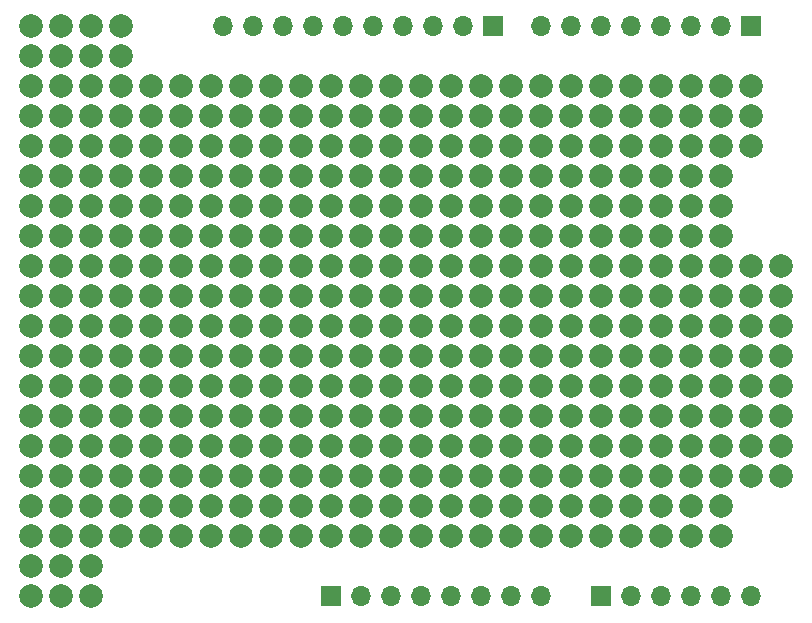
<source format=gbr>
%TF.GenerationSoftware,KiCad,Pcbnew,(5.1.9-0-10_14)*%
%TF.CreationDate,2021-02-13T17:32:26+01:00*%
%TF.ProjectId,Arduino Uno Proto Shield,41726475-696e-46f2-9055-6e6f2050726f,rev?*%
%TF.SameCoordinates,Original*%
%TF.FileFunction,Copper,L2,Bot*%
%TF.FilePolarity,Positive*%
%FSLAX46Y46*%
G04 Gerber Fmt 4.6, Leading zero omitted, Abs format (unit mm)*
G04 Created by KiCad (PCBNEW (5.1.9-0-10_14)) date 2021-02-13 17:32:26*
%MOMM*%
%LPD*%
G01*
G04 APERTURE LIST*
%TA.AperFunction,ComponentPad*%
%ADD10C,1.998980*%
%TD*%
%TA.AperFunction,ComponentPad*%
%ADD11O,1.700000X1.700000*%
%TD*%
%TA.AperFunction,ComponentPad*%
%ADD12R,1.700000X1.700000*%
%TD*%
G04 APERTURE END LIST*
D10*
%TO.P,REF\u002A\u002A,1*%
%TO.N,N/C*%
X111760000Y-76200000D03*
%TD*%
%TO.P,REF\u002A\u002A,1*%
%TO.N,N/C*%
X111760000Y-78740000D03*
%TD*%
%TO.P,REF\u002A\u002A,1*%
%TO.N,N/C*%
X109220000Y-76200000D03*
%TD*%
%TO.P,REF\u002A\u002A,1*%
%TO.N,N/C*%
X109220000Y-78740000D03*
%TD*%
D11*
%TO.P,J1,8*%
%TO.N,Net-(J1-Pad8)*%
X147320000Y-124460000D03*
%TO.P,J1,7*%
%TO.N,Net-(J1-Pad7)*%
X144780000Y-124460000D03*
%TO.P,J1,6*%
%TO.N,Net-(J1-Pad6)*%
X142240000Y-124460000D03*
%TO.P,J1,5*%
%TO.N,Net-(J1-Pad5)*%
X139700000Y-124460000D03*
%TO.P,J1,4*%
%TO.N,Net-(J1-Pad4)*%
X137160000Y-124460000D03*
%TO.P,J1,3*%
%TO.N,Net-(J1-Pad3)*%
X134620000Y-124460000D03*
%TO.P,J1,2*%
%TO.N,Net-(J1-Pad2)*%
X132080000Y-124460000D03*
D12*
%TO.P,J1,1*%
%TO.N,Net-(J1-Pad1)*%
X129540000Y-124460000D03*
%TD*%
%TO.P,J2,1*%
%TO.N,Net-(J10-Pad1)*%
X152400000Y-124460000D03*
D11*
%TO.P,J2,2*%
%TO.N,Net-(J11-Pad1)*%
X154940000Y-124460000D03*
%TO.P,J2,3*%
%TO.N,Net-(J12-Pad1)*%
X157480000Y-124460000D03*
%TO.P,J2,4*%
%TO.N,Net-(J13-Pad1)*%
X160020000Y-124460000D03*
%TO.P,J2,5*%
%TO.N,Net-(J14-Pad1)*%
X162560000Y-124460000D03*
%TO.P,J2,6*%
%TO.N,Net-(J15-Pad1)*%
X165100000Y-124460000D03*
%TD*%
D10*
%TO.P,REF\u002A\u002A,1*%
%TO.N,N/C*%
X129540000Y-119380000D03*
%TD*%
%TO.P,REF\u002A\u002A,1*%
%TO.N,N/C*%
X127000000Y-119380000D03*
%TD*%
%TO.P,REF\u002A\u002A,1*%
%TO.N,N/C*%
X162560000Y-116840000D03*
%TD*%
%TO.P,REF\u002A\u002A,1*%
%TO.N,N/C*%
X160020000Y-116840000D03*
%TD*%
%TO.P,REF\u002A\u002A,1*%
%TO.N,N/C*%
X157480000Y-116840000D03*
%TD*%
%TO.P,REF\u002A\u002A,1*%
%TO.N,N/C*%
X154940000Y-116840000D03*
%TD*%
%TO.P,REF\u002A\u002A,1*%
%TO.N,N/C*%
X152400000Y-116840000D03*
%TD*%
%TO.P,REF\u002A\u002A,1*%
%TO.N,N/C*%
X149860000Y-116840000D03*
%TD*%
%TO.P,REF\u002A\u002A,1*%
%TO.N,N/C*%
X147320000Y-116840000D03*
%TD*%
%TO.P,REF\u002A\u002A,1*%
%TO.N,N/C*%
X144780000Y-116840000D03*
%TD*%
%TO.P,REF\u002A\u002A,1*%
%TO.N,N/C*%
X142240000Y-116840000D03*
%TD*%
%TO.P,REF\u002A\u002A,1*%
%TO.N,N/C*%
X139700000Y-116840000D03*
%TD*%
%TO.P,REF\u002A\u002A,1*%
%TO.N,N/C*%
X137160000Y-116840000D03*
%TD*%
%TO.P,REF\u002A\u002A,1*%
%TO.N,N/C*%
X134620000Y-116840000D03*
%TD*%
%TO.P,REF\u002A\u002A,1*%
%TO.N,N/C*%
X132080000Y-116840000D03*
%TD*%
D12*
%TO.P,J34,1*%
%TO.N,Net-(J25-Pad1)*%
X143256000Y-76200000D03*
D11*
%TO.P,J34,2*%
%TO.N,Net-(J24-Pad1)*%
X140716000Y-76200000D03*
%TO.P,J34,3*%
%TO.N,Net-(J23-Pad1)*%
X138176000Y-76200000D03*
%TO.P,J34,4*%
%TO.N,Net-(J22-Pad1)*%
X135636000Y-76200000D03*
%TO.P,J34,5*%
%TO.N,Net-(J21-Pad1)*%
X133096000Y-76200000D03*
%TO.P,J34,6*%
%TO.N,Net-(J20-Pad1)*%
X130556000Y-76200000D03*
%TO.P,J34,7*%
%TO.N,Net-(J19-Pad1)*%
X128016000Y-76200000D03*
%TO.P,J34,8*%
%TO.N,Net-(J18-Pad1)*%
X125476000Y-76200000D03*
%TO.P,J34,9*%
%TO.N,Net-(J17-Pad1)*%
X122936000Y-76200000D03*
%TO.P,J34,10*%
%TO.N,Net-(J16-Pad1)*%
X120396000Y-76200000D03*
%TD*%
D12*
%TO.P,J35,1*%
%TO.N,Net-(J33-Pad1)*%
X165100000Y-76200000D03*
D11*
%TO.P,J35,2*%
%TO.N,Net-(J32-Pad1)*%
X162560000Y-76200000D03*
%TO.P,J35,3*%
%TO.N,Net-(J31-Pad1)*%
X160020000Y-76200000D03*
%TO.P,J35,4*%
%TO.N,Net-(J30-Pad1)*%
X157480000Y-76200000D03*
%TO.P,J35,5*%
%TO.N,Net-(J29-Pad1)*%
X154940000Y-76200000D03*
%TO.P,J35,6*%
%TO.N,Net-(J28-Pad1)*%
X152400000Y-76200000D03*
%TO.P,J35,7*%
%TO.N,Net-(J27-Pad1)*%
X149860000Y-76200000D03*
%TO.P,J35,8*%
%TO.N,Net-(J26-Pad1)*%
X147320000Y-76200000D03*
%TD*%
D10*
%TO.P,REF\u002A\u002A,1*%
%TO.N,N/C*%
X119380000Y-81280000D03*
%TD*%
%TO.P,REF\u002A\u002A,1*%
%TO.N,N/C*%
X165100000Y-83820000D03*
%TD*%
%TO.P,REF\u002A\u002A,1*%
%TO.N,N/C*%
X162560000Y-83820000D03*
%TD*%
%TO.P,REF\u002A\u002A,1*%
%TO.N,N/C*%
X160020000Y-83820000D03*
%TD*%
%TO.P,REF\u002A\u002A,1*%
%TO.N,N/C*%
X157480000Y-83820000D03*
%TD*%
%TO.P,REF\u002A\u002A,1*%
%TO.N,N/C*%
X154940000Y-83820000D03*
%TD*%
%TO.P,REF\u002A\u002A,1*%
%TO.N,N/C*%
X152400000Y-83820000D03*
%TD*%
%TO.P,REF\u002A\u002A,1*%
%TO.N,N/C*%
X149860000Y-83820000D03*
%TD*%
%TO.P,REF\u002A\u002A,1*%
%TO.N,N/C*%
X147320000Y-83820000D03*
%TD*%
%TO.P,REF\u002A\u002A,1*%
%TO.N,N/C*%
X144780000Y-83820000D03*
%TD*%
%TO.P,REF\u002A\u002A,1*%
%TO.N,N/C*%
X142240000Y-83820000D03*
%TD*%
%TO.P,REF\u002A\u002A,1*%
%TO.N,N/C*%
X139700000Y-83820000D03*
%TD*%
%TO.P,REF\u002A\u002A,1*%
%TO.N,N/C*%
X137160000Y-83820000D03*
%TD*%
%TO.P,REF\u002A\u002A,1*%
%TO.N,N/C*%
X134620000Y-83820000D03*
%TD*%
%TO.P,REF\u002A\u002A,1*%
%TO.N,N/C*%
X132080000Y-83820000D03*
%TD*%
%TO.P,REF\u002A\u002A,1*%
%TO.N,N/C*%
X129540000Y-83820000D03*
%TD*%
%TO.P,REF\u002A\u002A,1*%
%TO.N,N/C*%
X127000000Y-83820000D03*
%TD*%
%TO.P,REF\u002A\u002A,1*%
%TO.N,N/C*%
X124460000Y-83820000D03*
%TD*%
%TO.P,REF\u002A\u002A,1*%
%TO.N,N/C*%
X121920000Y-83820000D03*
%TD*%
%TO.P,REF\u002A\u002A,1*%
%TO.N,N/C*%
X119380000Y-83820000D03*
%TD*%
%TO.P,REF\u002A\u002A,1*%
%TO.N,N/C*%
X129540000Y-116840000D03*
%TD*%
%TO.P,REF\u002A\u002A,1*%
%TO.N,N/C*%
X127000000Y-116840000D03*
%TD*%
%TO.P,REF\u002A\u002A,1*%
%TO.N,N/C*%
X162560000Y-93980000D03*
%TD*%
%TO.P,REF\u002A\u002A,1*%
%TO.N,N/C*%
X160020000Y-93980000D03*
%TD*%
%TO.P,REF\u002A\u002A,1*%
%TO.N,N/C*%
X157480000Y-93980000D03*
%TD*%
%TO.P,REF\u002A\u002A,1*%
%TO.N,N/C*%
X154940000Y-93980000D03*
%TD*%
%TO.P,REF\u002A\u002A,1*%
%TO.N,N/C*%
X162560000Y-91440000D03*
%TD*%
%TO.P,REF\u002A\u002A,1*%
%TO.N,N/C*%
X160020000Y-91440000D03*
%TD*%
%TO.P,REF\u002A\u002A,1*%
%TO.N,N/C*%
X157480000Y-91440000D03*
%TD*%
%TO.P,REF\u002A\u002A,1*%
%TO.N,N/C*%
X154940000Y-91440000D03*
%TD*%
%TO.P,REF\u002A\u002A,1*%
%TO.N,N/C*%
X162560000Y-88900000D03*
%TD*%
%TO.P,REF\u002A\u002A,1*%
%TO.N,N/C*%
X160020000Y-88900000D03*
%TD*%
%TO.P,REF\u002A\u002A,1*%
%TO.N,N/C*%
X157480000Y-88900000D03*
%TD*%
%TO.P,REF\u002A\u002A,1*%
%TO.N,N/C*%
X154940000Y-88900000D03*
%TD*%
%TO.P,REF\u002A\u002A,1*%
%TO.N,N/C*%
X165100000Y-86360000D03*
%TD*%
%TO.P,REF\u002A\u002A,1*%
%TO.N,N/C*%
X162560000Y-86360000D03*
%TD*%
%TO.P,REF\u002A\u002A,1*%
%TO.N,N/C*%
X160020000Y-86360000D03*
%TD*%
%TO.P,REF\u002A\u002A,1*%
%TO.N,N/C*%
X157480000Y-86360000D03*
%TD*%
%TO.P,REF\u002A\u002A,1*%
%TO.N,N/C*%
X116840000Y-83820000D03*
%TD*%
%TO.P,REF\u002A\u002A,1*%
%TO.N,N/C*%
X114300000Y-83820000D03*
%TD*%
%TO.P,REF\u002A\u002A,1*%
%TO.N,N/C*%
X111760000Y-83820000D03*
%TD*%
%TO.P,REF\u002A\u002A,1*%
%TO.N,N/C*%
X116840000Y-81280000D03*
%TD*%
%TO.P,REF\u002A\u002A,1*%
%TO.N,N/C*%
X114300000Y-81280000D03*
%TD*%
%TO.P,REF\u002A\u002A,1*%
%TO.N,N/C*%
X106680000Y-78740000D03*
%TD*%
%TO.P,REF\u002A\u002A,1*%
%TO.N,N/C*%
X104140000Y-78740000D03*
%TD*%
%TO.P,REF\u002A\u002A,1*%
%TO.N,N/C*%
X106680000Y-76200000D03*
%TD*%
%TO.P,REF\u002A\u002A,1*%
%TO.N,N/C*%
X154940000Y-86360000D03*
%TD*%
%TO.P,REF\u002A\u002A,1*%
%TO.N,N/C*%
X167640000Y-109220000D03*
%TD*%
%TO.P,REF\u002A\u002A,1*%
%TO.N,N/C*%
X111760000Y-81280000D03*
%TD*%
%TO.P,REF\u002A\u002A,1*%
%TO.N,N/C*%
X167640000Y-106680000D03*
%TD*%
%TO.P,REF\u002A\u002A,1*%
%TO.N,N/C*%
X165100000Y-106680000D03*
%TD*%
%TO.P,REF\u002A\u002A,1*%
%TO.N,N/C*%
X162560000Y-106680000D03*
%TD*%
%TO.P,REF\u002A\u002A,1*%
%TO.N,N/C*%
X160020000Y-106680000D03*
%TD*%
%TO.P,REF\u002A\u002A,1*%
%TO.N,N/C*%
X157480000Y-106680000D03*
%TD*%
%TO.P,REF\u002A\u002A,1*%
%TO.N,N/C*%
X154940000Y-106680000D03*
%TD*%
%TO.P,REF\u002A\u002A,1*%
%TO.N,N/C*%
X167640000Y-104140000D03*
%TD*%
%TO.P,REF\u002A\u002A,1*%
%TO.N,N/C*%
X165100000Y-104140000D03*
%TD*%
%TO.P,REF\u002A\u002A,1*%
%TO.N,N/C*%
X162560000Y-104140000D03*
%TD*%
%TO.P,REF\u002A\u002A,1*%
%TO.N,N/C*%
X160020000Y-104140000D03*
%TD*%
%TO.P,REF\u002A\u002A,1*%
%TO.N,N/C*%
X157480000Y-104140000D03*
%TD*%
%TO.P,REF\u002A\u002A,1*%
%TO.N,N/C*%
X154940000Y-104140000D03*
%TD*%
%TO.P,REF\u002A\u002A,1*%
%TO.N,N/C*%
X167640000Y-101600000D03*
%TD*%
%TO.P,REF\u002A\u002A,1*%
%TO.N,N/C*%
X165100000Y-101600000D03*
%TD*%
%TO.P,REF\u002A\u002A,1*%
%TO.N,N/C*%
X162560000Y-101600000D03*
%TD*%
%TO.P,REF\u002A\u002A,1*%
%TO.N,N/C*%
X160020000Y-101600000D03*
%TD*%
%TO.P,REF\u002A\u002A,1*%
%TO.N,N/C*%
X157480000Y-101600000D03*
%TD*%
%TO.P,REF\u002A\u002A,1*%
%TO.N,N/C*%
X154940000Y-101600000D03*
%TD*%
%TO.P,REF\u002A\u002A,1*%
%TO.N,N/C*%
X167640000Y-99060000D03*
%TD*%
%TO.P,REF\u002A\u002A,1*%
%TO.N,N/C*%
X165100000Y-99060000D03*
%TD*%
%TO.P,REF\u002A\u002A,1*%
%TO.N,N/C*%
X162560000Y-99060000D03*
%TD*%
%TO.P,REF\u002A\u002A,1*%
%TO.N,N/C*%
X160020000Y-99060000D03*
%TD*%
%TO.P,REF\u002A\u002A,1*%
%TO.N,N/C*%
X157480000Y-99060000D03*
%TD*%
%TO.P,REF\u002A\u002A,1*%
%TO.N,N/C*%
X154940000Y-99060000D03*
%TD*%
%TO.P,REF\u002A\u002A,1*%
%TO.N,N/C*%
X167640000Y-96520000D03*
%TD*%
%TO.P,REF\u002A\u002A,1*%
%TO.N,N/C*%
X165100000Y-96520000D03*
%TD*%
%TO.P,REF\u002A\u002A,1*%
%TO.N,N/C*%
X162560000Y-96520000D03*
%TD*%
%TO.P,REF\u002A\u002A,1*%
%TO.N,N/C*%
X160020000Y-96520000D03*
%TD*%
%TO.P,REF\u002A\u002A,1*%
%TO.N,N/C*%
X157480000Y-96520000D03*
%TD*%
%TO.P,REF\u002A\u002A,1*%
%TO.N,N/C*%
X167640000Y-114300000D03*
%TD*%
%TO.P,REF\u002A\u002A,1*%
%TO.N,N/C*%
X165100000Y-114300000D03*
%TD*%
%TO.P,REF\u002A\u002A,1*%
%TO.N,N/C*%
X162560000Y-114300000D03*
%TD*%
%TO.P,REF\u002A\u002A,1*%
%TO.N,N/C*%
X160020000Y-114300000D03*
%TD*%
%TO.P,REF\u002A\u002A,1*%
%TO.N,N/C*%
X157480000Y-114300000D03*
%TD*%
%TO.P,REF\u002A\u002A,1*%
%TO.N,N/C*%
X154940000Y-114300000D03*
%TD*%
%TO.P,REF\u002A\u002A,1*%
%TO.N,N/C*%
X152400000Y-114300000D03*
%TD*%
%TO.P,REF\u002A\u002A,1*%
%TO.N,N/C*%
X149860000Y-114300000D03*
%TD*%
%TO.P,REF\u002A\u002A,1*%
%TO.N,N/C*%
X147320000Y-114300000D03*
%TD*%
%TO.P,REF\u002A\u002A,1*%
%TO.N,N/C*%
X144780000Y-114300000D03*
%TD*%
%TO.P,REF\u002A\u002A,1*%
%TO.N,N/C*%
X142240000Y-114300000D03*
%TD*%
%TO.P,REF\u002A\u002A,1*%
%TO.N,N/C*%
X139700000Y-114300000D03*
%TD*%
%TO.P,REF\u002A\u002A,1*%
%TO.N,N/C*%
X137160000Y-114300000D03*
%TD*%
%TO.P,REF\u002A\u002A,1*%
%TO.N,N/C*%
X134620000Y-114300000D03*
%TD*%
%TO.P,REF\u002A\u002A,1*%
%TO.N,N/C*%
X167640000Y-111760000D03*
%TD*%
%TO.P,REF\u002A\u002A,1*%
%TO.N,N/C*%
X165100000Y-111760000D03*
%TD*%
%TO.P,REF\u002A\u002A,1*%
%TO.N,N/C*%
X162560000Y-111760000D03*
%TD*%
%TO.P,REF\u002A\u002A,1*%
%TO.N,N/C*%
X160020000Y-111760000D03*
%TD*%
%TO.P,REF\u002A\u002A,1*%
%TO.N,N/C*%
X157480000Y-111760000D03*
%TD*%
%TO.P,REF\u002A\u002A,1*%
%TO.N,N/C*%
X154940000Y-111760000D03*
%TD*%
%TO.P,REF\u002A\u002A,1*%
%TO.N,N/C*%
X152400000Y-111760000D03*
%TD*%
%TO.P,REF\u002A\u002A,1*%
%TO.N,N/C*%
X149860000Y-111760000D03*
%TD*%
%TO.P,REF\u002A\u002A,1*%
%TO.N,N/C*%
X147320000Y-111760000D03*
%TD*%
%TO.P,REF\u002A\u002A,1*%
%TO.N,N/C*%
X144780000Y-111760000D03*
%TD*%
%TO.P,REF\u002A\u002A,1*%
%TO.N,N/C*%
X142240000Y-111760000D03*
%TD*%
%TO.P,REF\u002A\u002A,1*%
%TO.N,N/C*%
X139700000Y-111760000D03*
%TD*%
%TO.P,REF\u002A\u002A,1*%
%TO.N,N/C*%
X137160000Y-111760000D03*
%TD*%
%TO.P,REF\u002A\u002A,1*%
%TO.N,N/C*%
X134620000Y-111760000D03*
%TD*%
%TO.P,REF\u002A\u002A,1*%
%TO.N,N/C*%
X154940000Y-96520000D03*
%TD*%
%TO.P,REF\u002A\u002A,1*%
%TO.N,N/C*%
X165100000Y-109220000D03*
%TD*%
%TO.P,REF\u002A\u002A,1*%
%TO.N,N/C*%
X162560000Y-109220000D03*
%TD*%
%TO.P,REF\u002A\u002A,1*%
%TO.N,N/C*%
X160020000Y-109220000D03*
%TD*%
%TO.P,REF\u002A\u002A,1*%
%TO.N,N/C*%
X157480000Y-109220000D03*
%TD*%
%TO.P,REF\u002A\u002A,1*%
%TO.N,N/C*%
X154940000Y-109220000D03*
%TD*%
%TO.P,REF\u002A\u002A,1*%
%TO.N,N/C*%
X152400000Y-109220000D03*
%TD*%
%TO.P,REF\u002A\u002A,1*%
%TO.N,N/C*%
X149860000Y-109220000D03*
%TD*%
%TO.P,REF\u002A\u002A,1*%
%TO.N,N/C*%
X147320000Y-109220000D03*
%TD*%
%TO.P,REF\u002A\u002A,1*%
%TO.N,N/C*%
X144780000Y-109220000D03*
%TD*%
%TO.P,REF\u002A\u002A,1*%
%TO.N,N/C*%
X142240000Y-109220000D03*
%TD*%
%TO.P,REF\u002A\u002A,1*%
%TO.N,N/C*%
X139700000Y-109220000D03*
%TD*%
%TO.P,REF\u002A\u002A,1*%
%TO.N,N/C*%
X137160000Y-109220000D03*
%TD*%
%TO.P,REF\u002A\u002A,1*%
%TO.N,N/C*%
X152400000Y-106680000D03*
%TD*%
%TO.P,REF\u002A\u002A,1*%
%TO.N,N/C*%
X149860000Y-106680000D03*
%TD*%
%TO.P,REF\u002A\u002A,1*%
%TO.N,N/C*%
X147320000Y-106680000D03*
%TD*%
%TO.P,REF\u002A\u002A,1*%
%TO.N,N/C*%
X144780000Y-106680000D03*
%TD*%
%TO.P,REF\u002A\u002A,1*%
%TO.N,N/C*%
X142240000Y-106680000D03*
%TD*%
%TO.P,REF\u002A\u002A,1*%
%TO.N,N/C*%
X139700000Y-106680000D03*
%TD*%
%TO.P,REF\u002A\u002A,1*%
%TO.N,N/C*%
X137160000Y-106680000D03*
%TD*%
%TO.P,REF\u002A\u002A,1*%
%TO.N,N/C*%
X134620000Y-106680000D03*
%TD*%
%TO.P,REF\u002A\u002A,1*%
%TO.N,N/C*%
X132080000Y-106680000D03*
%TD*%
%TO.P,REF\u002A\u002A,1*%
%TO.N,N/C*%
X129540000Y-106680000D03*
%TD*%
%TO.P,REF\u002A\u002A,1*%
%TO.N,N/C*%
X127000000Y-106680000D03*
%TD*%
%TO.P,REF\u002A\u002A,1*%
%TO.N,N/C*%
X124460000Y-106680000D03*
%TD*%
%TO.P,REF\u002A\u002A,1*%
%TO.N,N/C*%
X121920000Y-106680000D03*
%TD*%
%TO.P,REF\u002A\u002A,1*%
%TO.N,N/C*%
X119380000Y-106680000D03*
%TD*%
%TO.P,REF\u002A\u002A,1*%
%TO.N,N/C*%
X116840000Y-106680000D03*
%TD*%
%TO.P,REF\u002A\u002A,1*%
%TO.N,N/C*%
X114300000Y-106680000D03*
%TD*%
%TO.P,REF\u002A\u002A,1*%
%TO.N,N/C*%
X152400000Y-104140000D03*
%TD*%
%TO.P,REF\u002A\u002A,1*%
%TO.N,N/C*%
X149860000Y-104140000D03*
%TD*%
%TO.P,REF\u002A\u002A,1*%
%TO.N,N/C*%
X147320000Y-104140000D03*
%TD*%
%TO.P,REF\u002A\u002A,1*%
%TO.N,N/C*%
X144780000Y-104140000D03*
%TD*%
%TO.P,REF\u002A\u002A,1*%
%TO.N,N/C*%
X142240000Y-104140000D03*
%TD*%
%TO.P,REF\u002A\u002A,1*%
%TO.N,N/C*%
X139700000Y-104140000D03*
%TD*%
%TO.P,REF\u002A\u002A,1*%
%TO.N,N/C*%
X137160000Y-104140000D03*
%TD*%
%TO.P,REF\u002A\u002A,1*%
%TO.N,N/C*%
X134620000Y-104140000D03*
%TD*%
%TO.P,REF\u002A\u002A,1*%
%TO.N,N/C*%
X132080000Y-104140000D03*
%TD*%
%TO.P,REF\u002A\u002A,1*%
%TO.N,N/C*%
X129540000Y-104140000D03*
%TD*%
%TO.P,REF\u002A\u002A,1*%
%TO.N,N/C*%
X127000000Y-104140000D03*
%TD*%
%TO.P,REF\u002A\u002A,1*%
%TO.N,N/C*%
X124460000Y-104140000D03*
%TD*%
%TO.P,REF\u002A\u002A,1*%
%TO.N,N/C*%
X121920000Y-104140000D03*
%TD*%
%TO.P,REF\u002A\u002A,1*%
%TO.N,N/C*%
X119380000Y-104140000D03*
%TD*%
%TO.P,REF\u002A\u002A,1*%
%TO.N,N/C*%
X116840000Y-104140000D03*
%TD*%
%TO.P,REF\u002A\u002A,1*%
%TO.N,N/C*%
X114300000Y-104140000D03*
%TD*%
%TO.P,REF\u002A\u002A,1*%
%TO.N,N/C*%
X152400000Y-101600000D03*
%TD*%
%TO.P,REF\u002A\u002A,1*%
%TO.N,N/C*%
X149860000Y-101600000D03*
%TD*%
%TO.P,REF\u002A\u002A,1*%
%TO.N,N/C*%
X147320000Y-101600000D03*
%TD*%
%TO.P,REF\u002A\u002A,1*%
%TO.N,N/C*%
X144780000Y-101600000D03*
%TD*%
%TO.P,REF\u002A\u002A,1*%
%TO.N,N/C*%
X142240000Y-101600000D03*
%TD*%
%TO.P,REF\u002A\u002A,1*%
%TO.N,N/C*%
X139700000Y-101600000D03*
%TD*%
%TO.P,REF\u002A\u002A,1*%
%TO.N,N/C*%
X137160000Y-101600000D03*
%TD*%
%TO.P,REF\u002A\u002A,1*%
%TO.N,N/C*%
X134620000Y-101600000D03*
%TD*%
%TO.P,REF\u002A\u002A,1*%
%TO.N,N/C*%
X132080000Y-101600000D03*
%TD*%
%TO.P,REF\u002A\u002A,1*%
%TO.N,N/C*%
X129540000Y-101600000D03*
%TD*%
%TO.P,REF\u002A\u002A,1*%
%TO.N,N/C*%
X127000000Y-101600000D03*
%TD*%
%TO.P,REF\u002A\u002A,1*%
%TO.N,N/C*%
X124460000Y-101600000D03*
%TD*%
%TO.P,REF\u002A\u002A,1*%
%TO.N,N/C*%
X121920000Y-101600000D03*
%TD*%
%TO.P,REF\u002A\u002A,1*%
%TO.N,N/C*%
X119380000Y-101600000D03*
%TD*%
%TO.P,REF\u002A\u002A,1*%
%TO.N,N/C*%
X116840000Y-101600000D03*
%TD*%
%TO.P,REF\u002A\u002A,1*%
%TO.N,N/C*%
X114300000Y-101600000D03*
%TD*%
%TO.P,REF\u002A\u002A,1*%
%TO.N,N/C*%
X152400000Y-99060000D03*
%TD*%
%TO.P,REF\u002A\u002A,1*%
%TO.N,N/C*%
X149860000Y-99060000D03*
%TD*%
%TO.P,REF\u002A\u002A,1*%
%TO.N,N/C*%
X147320000Y-99060000D03*
%TD*%
%TO.P,REF\u002A\u002A,1*%
%TO.N,N/C*%
X144780000Y-99060000D03*
%TD*%
%TO.P,REF\u002A\u002A,1*%
%TO.N,N/C*%
X142240000Y-99060000D03*
%TD*%
%TO.P,REF\u002A\u002A,1*%
%TO.N,N/C*%
X139700000Y-99060000D03*
%TD*%
%TO.P,REF\u002A\u002A,1*%
%TO.N,N/C*%
X137160000Y-99060000D03*
%TD*%
%TO.P,REF\u002A\u002A,1*%
%TO.N,N/C*%
X134620000Y-99060000D03*
%TD*%
%TO.P,REF\u002A\u002A,1*%
%TO.N,N/C*%
X132080000Y-99060000D03*
%TD*%
%TO.P,REF\u002A\u002A,1*%
%TO.N,N/C*%
X129540000Y-99060000D03*
%TD*%
%TO.P,REF\u002A\u002A,1*%
%TO.N,N/C*%
X127000000Y-99060000D03*
%TD*%
%TO.P,REF\u002A\u002A,1*%
%TO.N,N/C*%
X124460000Y-99060000D03*
%TD*%
%TO.P,REF\u002A\u002A,1*%
%TO.N,N/C*%
X121920000Y-99060000D03*
%TD*%
%TO.P,REF\u002A\u002A,1*%
%TO.N,N/C*%
X119380000Y-99060000D03*
%TD*%
%TO.P,REF\u002A\u002A,1*%
%TO.N,N/C*%
X116840000Y-99060000D03*
%TD*%
%TO.P,REF\u002A\u002A,1*%
%TO.N,N/C*%
X114300000Y-99060000D03*
%TD*%
%TO.P,REF\u002A\u002A,1*%
%TO.N,N/C*%
X152400000Y-96520000D03*
%TD*%
%TO.P,REF\u002A\u002A,1*%
%TO.N,N/C*%
X149860000Y-96520000D03*
%TD*%
%TO.P,REF\u002A\u002A,1*%
%TO.N,N/C*%
X147320000Y-96520000D03*
%TD*%
%TO.P,REF\u002A\u002A,1*%
%TO.N,N/C*%
X144780000Y-96520000D03*
%TD*%
%TO.P,REF\u002A\u002A,1*%
%TO.N,N/C*%
X142240000Y-96520000D03*
%TD*%
%TO.P,REF\u002A\u002A,1*%
%TO.N,N/C*%
X139700000Y-96520000D03*
%TD*%
%TO.P,REF\u002A\u002A,1*%
%TO.N,N/C*%
X137160000Y-96520000D03*
%TD*%
%TO.P,REF\u002A\u002A,1*%
%TO.N,N/C*%
X134620000Y-96520000D03*
%TD*%
%TO.P,REF\u002A\u002A,1*%
%TO.N,N/C*%
X132080000Y-96520000D03*
%TD*%
%TO.P,REF\u002A\u002A,1*%
%TO.N,N/C*%
X129540000Y-96520000D03*
%TD*%
%TO.P,REF\u002A\u002A,1*%
%TO.N,N/C*%
X127000000Y-96520000D03*
%TD*%
%TO.P,REF\u002A\u002A,1*%
%TO.N,N/C*%
X124460000Y-96520000D03*
%TD*%
%TO.P,REF\u002A\u002A,1*%
%TO.N,N/C*%
X121920000Y-96520000D03*
%TD*%
%TO.P,REF\u002A\u002A,1*%
%TO.N,N/C*%
X119380000Y-96520000D03*
%TD*%
%TO.P,REF\u002A\u002A,1*%
%TO.N,N/C*%
X116840000Y-96520000D03*
%TD*%
%TO.P,REF\u002A\u002A,1*%
%TO.N,N/C*%
X114300000Y-96520000D03*
%TD*%
%TO.P,REF\u002A\u002A,1*%
%TO.N,N/C*%
X152400000Y-93980000D03*
%TD*%
%TO.P,REF\u002A\u002A,1*%
%TO.N,N/C*%
X149860000Y-93980000D03*
%TD*%
%TO.P,REF\u002A\u002A,1*%
%TO.N,N/C*%
X147320000Y-93980000D03*
%TD*%
%TO.P,REF\u002A\u002A,1*%
%TO.N,N/C*%
X144780000Y-93980000D03*
%TD*%
%TO.P,REF\u002A\u002A,1*%
%TO.N,N/C*%
X142240000Y-93980000D03*
%TD*%
%TO.P,REF\u002A\u002A,1*%
%TO.N,N/C*%
X139700000Y-93980000D03*
%TD*%
%TO.P,REF\u002A\u002A,1*%
%TO.N,N/C*%
X137160000Y-93980000D03*
%TD*%
%TO.P,REF\u002A\u002A,1*%
%TO.N,N/C*%
X134620000Y-93980000D03*
%TD*%
%TO.P,REF\u002A\u002A,1*%
%TO.N,N/C*%
X132080000Y-93980000D03*
%TD*%
%TO.P,REF\u002A\u002A,1*%
%TO.N,N/C*%
X129540000Y-93980000D03*
%TD*%
%TO.P,REF\u002A\u002A,1*%
%TO.N,N/C*%
X127000000Y-93980000D03*
%TD*%
%TO.P,REF\u002A\u002A,1*%
%TO.N,N/C*%
X124460000Y-93980000D03*
%TD*%
%TO.P,REF\u002A\u002A,1*%
%TO.N,N/C*%
X121920000Y-93980000D03*
%TD*%
%TO.P,REF\u002A\u002A,1*%
%TO.N,N/C*%
X119380000Y-93980000D03*
%TD*%
%TO.P,REF\u002A\u002A,1*%
%TO.N,N/C*%
X116840000Y-93980000D03*
%TD*%
%TO.P,REF\u002A\u002A,1*%
%TO.N,N/C*%
X114300000Y-93980000D03*
%TD*%
%TO.P,REF\u002A\u002A,1*%
%TO.N,N/C*%
X152400000Y-91440000D03*
%TD*%
%TO.P,REF\u002A\u002A,1*%
%TO.N,N/C*%
X149860000Y-91440000D03*
%TD*%
%TO.P,REF\u002A\u002A,1*%
%TO.N,N/C*%
X147320000Y-91440000D03*
%TD*%
%TO.P,REF\u002A\u002A,1*%
%TO.N,N/C*%
X144780000Y-91440000D03*
%TD*%
%TO.P,REF\u002A\u002A,1*%
%TO.N,N/C*%
X142240000Y-91440000D03*
%TD*%
%TO.P,REF\u002A\u002A,1*%
%TO.N,N/C*%
X139700000Y-91440000D03*
%TD*%
%TO.P,REF\u002A\u002A,1*%
%TO.N,N/C*%
X137160000Y-91440000D03*
%TD*%
%TO.P,REF\u002A\u002A,1*%
%TO.N,N/C*%
X134620000Y-91440000D03*
%TD*%
%TO.P,REF\u002A\u002A,1*%
%TO.N,N/C*%
X132080000Y-91440000D03*
%TD*%
%TO.P,REF\u002A\u002A,1*%
%TO.N,N/C*%
X129540000Y-91440000D03*
%TD*%
%TO.P,REF\u002A\u002A,1*%
%TO.N,N/C*%
X127000000Y-91440000D03*
%TD*%
%TO.P,REF\u002A\u002A,1*%
%TO.N,N/C*%
X124460000Y-91440000D03*
%TD*%
%TO.P,REF\u002A\u002A,1*%
%TO.N,N/C*%
X121920000Y-91440000D03*
%TD*%
%TO.P,REF\u002A\u002A,1*%
%TO.N,N/C*%
X119380000Y-91440000D03*
%TD*%
%TO.P,REF\u002A\u002A,1*%
%TO.N,N/C*%
X116840000Y-91440000D03*
%TD*%
%TO.P,REF\u002A\u002A,1*%
%TO.N,N/C*%
X114300000Y-91440000D03*
%TD*%
%TO.P,REF\u002A\u002A,1*%
%TO.N,N/C*%
X152400000Y-88900000D03*
%TD*%
%TO.P,REF\u002A\u002A,1*%
%TO.N,N/C*%
X149860000Y-88900000D03*
%TD*%
%TO.P,REF\u002A\u002A,1*%
%TO.N,N/C*%
X147320000Y-88900000D03*
%TD*%
%TO.P,REF\u002A\u002A,1*%
%TO.N,N/C*%
X144780000Y-88900000D03*
%TD*%
%TO.P,REF\u002A\u002A,1*%
%TO.N,N/C*%
X142240000Y-88900000D03*
%TD*%
%TO.P,REF\u002A\u002A,1*%
%TO.N,N/C*%
X139700000Y-88900000D03*
%TD*%
%TO.P,REF\u002A\u002A,1*%
%TO.N,N/C*%
X137160000Y-88900000D03*
%TD*%
%TO.P,REF\u002A\u002A,1*%
%TO.N,N/C*%
X134620000Y-88900000D03*
%TD*%
%TO.P,REF\u002A\u002A,1*%
%TO.N,N/C*%
X132080000Y-88900000D03*
%TD*%
%TO.P,REF\u002A\u002A,1*%
%TO.N,N/C*%
X129540000Y-88900000D03*
%TD*%
%TO.P,REF\u002A\u002A,1*%
%TO.N,N/C*%
X127000000Y-88900000D03*
%TD*%
%TO.P,REF\u002A\u002A,1*%
%TO.N,N/C*%
X124460000Y-88900000D03*
%TD*%
%TO.P,REF\u002A\u002A,1*%
%TO.N,N/C*%
X121920000Y-88900000D03*
%TD*%
%TO.P,REF\u002A\u002A,1*%
%TO.N,N/C*%
X119380000Y-88900000D03*
%TD*%
%TO.P,REF\u002A\u002A,1*%
%TO.N,N/C*%
X116840000Y-88900000D03*
%TD*%
%TO.P,REF\u002A\u002A,1*%
%TO.N,N/C*%
X114300000Y-88900000D03*
%TD*%
%TO.P,REF\u002A\u002A,1*%
%TO.N,N/C*%
X152400000Y-86360000D03*
%TD*%
%TO.P,REF\u002A\u002A,1*%
%TO.N,N/C*%
X149860000Y-86360000D03*
%TD*%
%TO.P,REF\u002A\u002A,1*%
%TO.N,N/C*%
X147320000Y-86360000D03*
%TD*%
%TO.P,REF\u002A\u002A,1*%
%TO.N,N/C*%
X144780000Y-86360000D03*
%TD*%
%TO.P,REF\u002A\u002A,1*%
%TO.N,N/C*%
X142240000Y-86360000D03*
%TD*%
%TO.P,REF\u002A\u002A,1*%
%TO.N,N/C*%
X139700000Y-86360000D03*
%TD*%
%TO.P,REF\u002A\u002A,1*%
%TO.N,N/C*%
X137160000Y-86360000D03*
%TD*%
%TO.P,REF\u002A\u002A,1*%
%TO.N,N/C*%
X134620000Y-86360000D03*
%TD*%
%TO.P,REF\u002A\u002A,1*%
%TO.N,N/C*%
X132080000Y-86360000D03*
%TD*%
%TO.P,REF\u002A\u002A,1*%
%TO.N,N/C*%
X129540000Y-86360000D03*
%TD*%
%TO.P,REF\u002A\u002A,1*%
%TO.N,N/C*%
X127000000Y-86360000D03*
%TD*%
%TO.P,REF\u002A\u002A,1*%
%TO.N,N/C*%
X124460000Y-86360000D03*
%TD*%
%TO.P,REF\u002A\u002A,1*%
%TO.N,N/C*%
X121920000Y-86360000D03*
%TD*%
%TO.P,REF\u002A\u002A,1*%
%TO.N,N/C*%
X119380000Y-86360000D03*
%TD*%
%TO.P,REF\u002A\u002A,1*%
%TO.N,N/C*%
X116840000Y-86360000D03*
%TD*%
%TO.P,REF\u002A\u002A,1*%
%TO.N,N/C*%
X104140000Y-76200000D03*
%TD*%
%TO.P,REF\u002A\u002A,1*%
%TO.N,N/C*%
X124460000Y-116840000D03*
%TD*%
%TO.P,REF\u002A\u002A,1*%
%TO.N,N/C*%
X121920000Y-116840000D03*
%TD*%
%TO.P,REF\u002A\u002A,1*%
%TO.N,N/C*%
X119380000Y-116840000D03*
%TD*%
%TO.P,REF\u002A\u002A,1*%
%TO.N,N/C*%
X116840000Y-116840000D03*
%TD*%
%TO.P,REF\u002A\u002A,1*%
%TO.N,N/C*%
X114300000Y-116840000D03*
%TD*%
%TO.P,REF\u002A\u002A,1*%
%TO.N,N/C*%
X132080000Y-114300000D03*
%TD*%
%TO.P,REF\u002A\u002A,1*%
%TO.N,N/C*%
X129540000Y-114300000D03*
%TD*%
%TO.P,REF\u002A\u002A,1*%
%TO.N,N/C*%
X127000000Y-114300000D03*
%TD*%
%TO.P,REF\u002A\u002A,1*%
%TO.N,N/C*%
X124460000Y-114300000D03*
%TD*%
%TO.P,REF\u002A\u002A,1*%
%TO.N,N/C*%
X121920000Y-114300000D03*
%TD*%
%TO.P,REF\u002A\u002A,1*%
%TO.N,N/C*%
X119380000Y-114300000D03*
%TD*%
%TO.P,REF\u002A\u002A,1*%
%TO.N,N/C*%
X116840000Y-114300000D03*
%TD*%
%TO.P,REF\u002A\u002A,1*%
%TO.N,N/C*%
X114300000Y-114300000D03*
%TD*%
%TO.P,REF\u002A\u002A,1*%
%TO.N,N/C*%
X132080000Y-111760000D03*
%TD*%
%TO.P,REF\u002A\u002A,1*%
%TO.N,N/C*%
X129540000Y-111760000D03*
%TD*%
%TO.P,REF\u002A\u002A,1*%
%TO.N,N/C*%
X127000000Y-111760000D03*
%TD*%
%TO.P,REF\u002A\u002A,1*%
%TO.N,N/C*%
X124460000Y-111760000D03*
%TD*%
%TO.P,REF\u002A\u002A,1*%
%TO.N,N/C*%
X121920000Y-111760000D03*
%TD*%
%TO.P,REF\u002A\u002A,1*%
%TO.N,N/C*%
X119380000Y-111760000D03*
%TD*%
%TO.P,REF\u002A\u002A,1*%
%TO.N,N/C*%
X116840000Y-111760000D03*
%TD*%
%TO.P,REF\u002A\u002A,1*%
%TO.N,N/C*%
X114300000Y-111760000D03*
%TD*%
%TO.P,REF\u002A\u002A,1*%
%TO.N,N/C*%
X132080000Y-109220000D03*
%TD*%
%TO.P,REF\u002A\u002A,1*%
%TO.N,N/C*%
X129540000Y-109220000D03*
%TD*%
%TO.P,REF\u002A\u002A,1*%
%TO.N,N/C*%
X127000000Y-109220000D03*
%TD*%
%TO.P,REF\u002A\u002A,1*%
%TO.N,N/C*%
X124460000Y-109220000D03*
%TD*%
%TO.P,REF\u002A\u002A,1*%
%TO.N,N/C*%
X121920000Y-109220000D03*
%TD*%
%TO.P,REF\u002A\u002A,1*%
%TO.N,N/C*%
X119380000Y-109220000D03*
%TD*%
%TO.P,REF\u002A\u002A,1*%
%TO.N,N/C*%
X116840000Y-109220000D03*
%TD*%
%TO.P,REF\u002A\u002A,1*%
%TO.N,N/C*%
X124460000Y-119380000D03*
%TD*%
%TO.P,REF\u002A\u002A,1*%
%TO.N,N/C*%
X121920000Y-119380000D03*
%TD*%
%TO.P,REF\u002A\u002A,1*%
%TO.N,N/C*%
X119380000Y-119380000D03*
%TD*%
%TO.P,REF\u002A\u002A,1*%
%TO.N,N/C*%
X116840000Y-119380000D03*
%TD*%
%TO.P,REF\u002A\u002A,1*%
%TO.N,N/C*%
X114300000Y-119380000D03*
%TD*%
%TO.P,REF\u002A\u002A,1*%
%TO.N,N/C*%
X106680000Y-81280000D03*
%TD*%
%TO.P,REF\u002A\u002A,1*%
%TO.N,N/C*%
X109220000Y-124460000D03*
%TD*%
%TO.P,REF\u002A\u002A,1*%
%TO.N,N/C*%
X109220000Y-81280000D03*
%TD*%
%TO.P,REF\u002A\u002A,1*%
%TO.N,N/C*%
X109220000Y-121920000D03*
%TD*%
%TO.P,REF\u002A\u002A,1*%
%TO.N,N/C*%
X111760000Y-119380000D03*
%TD*%
%TO.P,REF\u002A\u002A,1*%
%TO.N,N/C*%
X109220000Y-119380000D03*
%TD*%
%TO.P,REF\u002A\u002A,1*%
%TO.N,N/C*%
X111760000Y-116840000D03*
%TD*%
%TO.P,REF\u002A\u002A,1*%
%TO.N,N/C*%
X109220000Y-116840000D03*
%TD*%
%TO.P,REF\u002A\u002A,1*%
%TO.N,N/C*%
X111760000Y-114300000D03*
%TD*%
%TO.P,REF\u002A\u002A,1*%
%TO.N,N/C*%
X109220000Y-114300000D03*
%TD*%
%TO.P,REF\u002A\u002A,1*%
%TO.N,N/C*%
X111760000Y-111760000D03*
%TD*%
%TO.P,REF\u002A\u002A,1*%
%TO.N,N/C*%
X109220000Y-111760000D03*
%TD*%
%TO.P,REF\u002A\u002A,1*%
%TO.N,N/C*%
X111760000Y-109220000D03*
%TD*%
%TO.P,REF\u002A\u002A,1*%
%TO.N,N/C*%
X109220000Y-109220000D03*
%TD*%
%TO.P,REF\u002A\u002A,1*%
%TO.N,N/C*%
X111760000Y-106680000D03*
%TD*%
%TO.P,REF\u002A\u002A,1*%
%TO.N,N/C*%
X109220000Y-106680000D03*
%TD*%
%TO.P,REF\u002A\u002A,1*%
%TO.N,N/C*%
X111760000Y-104140000D03*
%TD*%
%TO.P,REF\u002A\u002A,1*%
%TO.N,N/C*%
X109220000Y-104140000D03*
%TD*%
%TO.P,REF\u002A\u002A,1*%
%TO.N,N/C*%
X111760000Y-101600000D03*
%TD*%
%TO.P,REF\u002A\u002A,1*%
%TO.N,N/C*%
X109220000Y-101600000D03*
%TD*%
%TO.P,REF\u002A\u002A,1*%
%TO.N,N/C*%
X111760000Y-99060000D03*
%TD*%
%TO.P,REF\u002A\u002A,1*%
%TO.N,N/C*%
X109220000Y-99060000D03*
%TD*%
%TO.P,REF\u002A\u002A,1*%
%TO.N,N/C*%
X111760000Y-96520000D03*
%TD*%
%TO.P,REF\u002A\u002A,1*%
%TO.N,N/C*%
X109220000Y-96520000D03*
%TD*%
%TO.P,REF\u002A\u002A,1*%
%TO.N,N/C*%
X111760000Y-93980000D03*
%TD*%
%TO.P,REF\u002A\u002A,1*%
%TO.N,N/C*%
X109220000Y-93980000D03*
%TD*%
%TO.P,REF\u002A\u002A,1*%
%TO.N,N/C*%
X111760000Y-91440000D03*
%TD*%
%TO.P,REF\u002A\u002A,1*%
%TO.N,N/C*%
X109220000Y-91440000D03*
%TD*%
%TO.P,REF\u002A\u002A,1*%
%TO.N,N/C*%
X111760000Y-88900000D03*
%TD*%
%TO.P,REF\u002A\u002A,1*%
%TO.N,N/C*%
X109220000Y-88900000D03*
%TD*%
%TO.P,REF\u002A\u002A,1*%
%TO.N,N/C*%
X114300000Y-86360000D03*
%TD*%
%TO.P,REF\u002A\u002A,1*%
%TO.N,N/C*%
X109220000Y-86360000D03*
%TD*%
%TO.P,REF\u002A\u002A,1*%
%TO.N,N/C*%
X114300000Y-109220000D03*
%TD*%
%TO.P,REF\u002A\u002A,1*%
%TO.N,N/C*%
X106680000Y-124460000D03*
%TD*%
%TO.P,REF\u002A\u002A,1*%
%TO.N,N/C*%
X104140000Y-124460000D03*
%TD*%
%TO.P,REF\u002A\u002A,1*%
%TO.N,N/C*%
X106680000Y-121920000D03*
%TD*%
%TO.P,REF\u002A\u002A,1*%
%TO.N,N/C*%
X104140000Y-121920000D03*
%TD*%
%TO.P,REF\u002A\u002A,1*%
%TO.N,N/C*%
X106680000Y-119380000D03*
%TD*%
%TO.P,REF\u002A\u002A,1*%
%TO.N,N/C*%
X106680000Y-116840000D03*
%TD*%
%TO.P,REF\u002A\u002A,1*%
%TO.N,N/C*%
X104140000Y-116840000D03*
%TD*%
%TO.P,REF\u002A\u002A,1*%
%TO.N,N/C*%
X106680000Y-114300000D03*
%TD*%
%TO.P,REF\u002A\u002A,1*%
%TO.N,N/C*%
X104140000Y-114300000D03*
%TD*%
%TO.P,REF\u002A\u002A,1*%
%TO.N,N/C*%
X106680000Y-111760000D03*
%TD*%
%TO.P,REF\u002A\u002A,1*%
%TO.N,N/C*%
X104140000Y-111760000D03*
%TD*%
%TO.P,REF\u002A\u002A,1*%
%TO.N,N/C*%
X106680000Y-109220000D03*
%TD*%
%TO.P,REF\u002A\u002A,1*%
%TO.N,N/C*%
X104140000Y-109220000D03*
%TD*%
%TO.P,REF\u002A\u002A,1*%
%TO.N,N/C*%
X106680000Y-106680000D03*
%TD*%
%TO.P,REF\u002A\u002A,1*%
%TO.N,N/C*%
X104140000Y-106680000D03*
%TD*%
%TO.P,REF\u002A\u002A,1*%
%TO.N,N/C*%
X106680000Y-104140000D03*
%TD*%
%TO.P,REF\u002A\u002A,1*%
%TO.N,N/C*%
X104140000Y-104140000D03*
%TD*%
%TO.P,REF\u002A\u002A,1*%
%TO.N,N/C*%
X106680000Y-101600000D03*
%TD*%
%TO.P,REF\u002A\u002A,1*%
%TO.N,N/C*%
X104140000Y-101600000D03*
%TD*%
%TO.P,REF\u002A\u002A,1*%
%TO.N,N/C*%
X106680000Y-99060000D03*
%TD*%
%TO.P,REF\u002A\u002A,1*%
%TO.N,N/C*%
X104140000Y-99060000D03*
%TD*%
%TO.P,REF\u002A\u002A,1*%
%TO.N,N/C*%
X106680000Y-96520000D03*
%TD*%
%TO.P,REF\u002A\u002A,1*%
%TO.N,N/C*%
X104140000Y-96520000D03*
%TD*%
%TO.P,REF\u002A\u002A,1*%
%TO.N,N/C*%
X106680000Y-93980000D03*
%TD*%
%TO.P,REF\u002A\u002A,1*%
%TO.N,N/C*%
X104140000Y-93980000D03*
%TD*%
%TO.P,REF\u002A\u002A,1*%
%TO.N,N/C*%
X106680000Y-91440000D03*
%TD*%
%TO.P,REF\u002A\u002A,1*%
%TO.N,N/C*%
X104140000Y-91440000D03*
%TD*%
%TO.P,REF\u002A\u002A,1*%
%TO.N,N/C*%
X106680000Y-88900000D03*
%TD*%
%TO.P,REF\u002A\u002A,1*%
%TO.N,N/C*%
X104140000Y-88900000D03*
%TD*%
%TO.P,REF\u002A\u002A,1*%
%TO.N,N/C*%
X106680000Y-86360000D03*
%TD*%
%TO.P,REF\u002A\u002A,1*%
%TO.N,N/C*%
X104140000Y-86360000D03*
%TD*%
%TO.P,REF\u002A\u002A,1*%
%TO.N,N/C*%
X106680000Y-83820000D03*
%TD*%
%TO.P,REF\u002A\u002A,1*%
%TO.N,N/C*%
X104140000Y-119380000D03*
%TD*%
%TO.P,REF\u002A\u002A,1*%
%TO.N,N/C*%
X109220000Y-83820000D03*
%TD*%
%TO.P,REF\u002A\u002A,1*%
%TO.N,N/C*%
X104140000Y-83820000D03*
%TD*%
%TO.P,REF\u002A\u002A,1*%
%TO.N,N/C*%
X167640000Y-114300000D03*
%TD*%
%TO.P,REF\u002A\u002A,1*%
%TO.N,N/C*%
X134620000Y-109220000D03*
%TD*%
%TO.P,REF\u002A\u002A,1*%
%TO.N,N/C*%
X104140000Y-81280000D03*
%TD*%
%TO.P,REF\u002A\u002A,1*%
%TO.N,N/C*%
X111760000Y-86360000D03*
%TD*%
%TO.P,J3,1*%
%TO.N,Net-(J1-Pad2)*%
X132080000Y-119380000D03*
%TD*%
%TO.P,J4,1*%
%TO.N,Net-(J1-Pad3)*%
X134620000Y-119380000D03*
%TD*%
%TO.P,J5,1*%
%TO.N,Net-(J1-Pad4)*%
X137160000Y-119380000D03*
%TD*%
%TO.P,J6,1*%
%TO.N,Net-(J1-Pad5)*%
X139700000Y-119380000D03*
%TD*%
%TO.P,J7,1*%
%TO.N,Net-(J1-Pad6)*%
X142240000Y-119380000D03*
%TD*%
%TO.P,J8,1*%
%TO.N,Net-(J1-Pad7)*%
X144780000Y-119380000D03*
%TD*%
%TO.P,J9,1*%
%TO.N,Net-(J1-Pad8)*%
X147320000Y-119380000D03*
%TD*%
%TO.P,J10,1*%
%TO.N,Net-(J10-Pad1)*%
X149860000Y-119380000D03*
%TD*%
%TO.P,J11,1*%
%TO.N,Net-(J11-Pad1)*%
X152400000Y-119380000D03*
%TD*%
%TO.P,J12,1*%
%TO.N,Net-(J12-Pad1)*%
X154940000Y-119380000D03*
%TD*%
%TO.P,J13,1*%
%TO.N,Net-(J13-Pad1)*%
X157480000Y-119380000D03*
%TD*%
%TO.P,J14,1*%
%TO.N,Net-(J14-Pad1)*%
X160020000Y-119380000D03*
%TD*%
%TO.P,J15,1*%
%TO.N,Net-(J15-Pad1)*%
X162560000Y-119380000D03*
%TD*%
%TO.P,J16,1*%
%TO.N,Net-(J16-Pad1)*%
X121920000Y-81280000D03*
%TD*%
%TO.P,J17,1*%
%TO.N,Net-(J17-Pad1)*%
X124460000Y-81280000D03*
%TD*%
%TO.P,J18,1*%
%TO.N,Net-(J18-Pad1)*%
X127000000Y-81280000D03*
%TD*%
%TO.P,J19,1*%
%TO.N,Net-(J19-Pad1)*%
X129540000Y-81280000D03*
%TD*%
%TO.P,J20,1*%
%TO.N,Net-(J20-Pad1)*%
X132080000Y-81280000D03*
%TD*%
%TO.P,J21,1*%
%TO.N,Net-(J21-Pad1)*%
X134620000Y-81280000D03*
%TD*%
%TO.P,J22,1*%
%TO.N,Net-(J22-Pad1)*%
X137160000Y-81280000D03*
%TD*%
%TO.P,J23,1*%
%TO.N,Net-(J23-Pad1)*%
X139700000Y-81280000D03*
%TD*%
%TO.P,J24,1*%
%TO.N,Net-(J24-Pad1)*%
X142240000Y-81280000D03*
%TD*%
%TO.P,J25,1*%
%TO.N,Net-(J25-Pad1)*%
X144780000Y-81280000D03*
%TD*%
%TO.P,J26,1*%
%TO.N,Net-(J26-Pad1)*%
X147320000Y-81280000D03*
%TD*%
%TO.P,J27,1*%
%TO.N,Net-(J27-Pad1)*%
X149860000Y-81280000D03*
%TD*%
%TO.P,J28,1*%
%TO.N,Net-(J28-Pad1)*%
X152400000Y-81280000D03*
%TD*%
%TO.P,J29,1*%
%TO.N,Net-(J29-Pad1)*%
X154940000Y-81280000D03*
%TD*%
%TO.P,J30,1*%
%TO.N,Net-(J30-Pad1)*%
X157480000Y-81280000D03*
%TD*%
%TO.P,J31,1*%
%TO.N,Net-(J31-Pad1)*%
X160020000Y-81280000D03*
%TD*%
%TO.P,J32,1*%
%TO.N,Net-(J32-Pad1)*%
X162560000Y-81280000D03*
%TD*%
%TO.P,J33,1*%
%TO.N,Net-(J33-Pad1)*%
X165100000Y-81280000D03*
%TD*%
M02*

</source>
